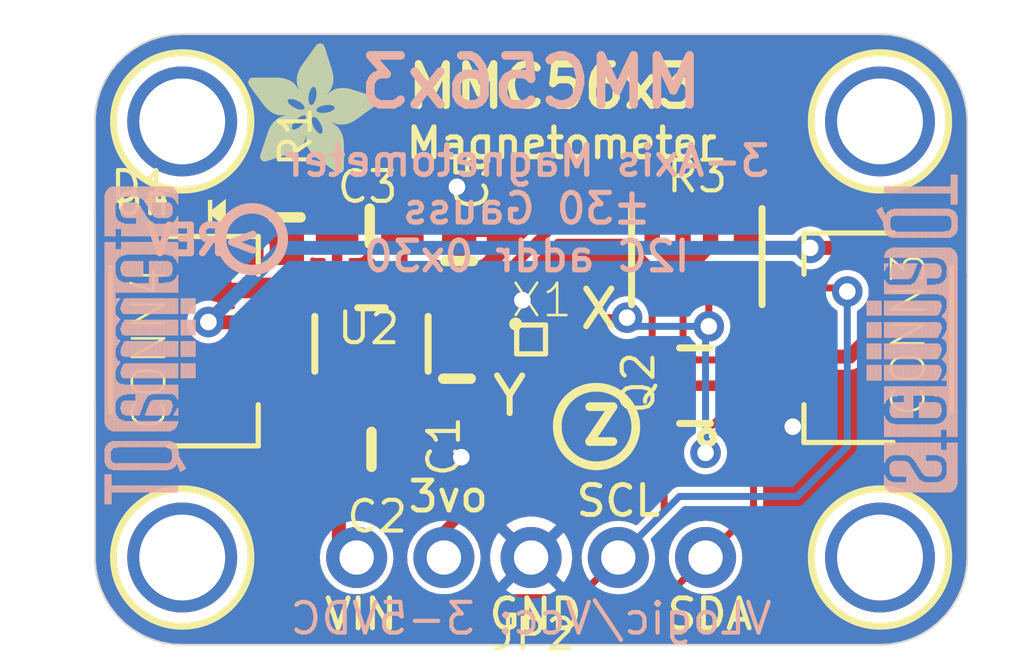
<source format=kicad_pcb>
(kicad_pcb (version 20211014) (generator pcbnew)
  (layers (0 "F.Cu" signal) (31 "B.Cu" signal) (34 "B.Paste" user) (35 "F.Paste" user) (36 "B.SilkS" user "B.Silkscreen") (37 "F.SilkS" user "F.Silkscreen") (38 "B.Mask" user) (39 "F.Mask" user) (44 "Edge.Cuts" user))
  (net 0 "")
  (net 1 "GND")
  (net 2 "3.3V")
  (net 3 "VCC")
  (net 4 "N$1")
  (net 5 "SDA_3V")
  (net 6 "SCL_3V")
  (net 7 "SCL")
  (net 8 "SDA")
  (footprint "eagleBoard:JST_SH4" (layer "F.Cu") (at 158.6611 105.0036 90)
    (fp_text reference "CONN3" (at -2.314 0.831 90) (layer "F.SilkS") (effects (font (size 0.941222 0.941222) (thickness 0.074778)) (justify left)))
    (fp_text value "STEMMA_I2C_QT" hide)
    (pad "1" smd rect (at -1.5 -2.514 180) (size 1.55 0.6) (layers "F.Cu" "F.Paste" "F.Mask") (net 1 "GND"))
    (pad "2" smd rect (at -0.5 -2.514 180) (size 1.55 0.6) (layers "F.Cu" "F.Paste" "F.Mask") (net 3 "VCC"))
    (pad "3" smd rect (at 0.5 -2.514 180) (size 1.55 0.6) (layers "F.Cu" "F.Paste" "F.Mask") (net 8 "SDA"))
    (pad "4" smd rect (at 1.5 -2.514 180) (size 1.55 0.6) (layers "F.Cu" "F.Paste" "F.Mask") (net 7 "SCL"))
    (pad "MT1" smd rect (at -2.8 1.386 180) (size 1.8 1.2) (layers "F.Cu" "F.Paste" "F.Mask") (net 1 "GND"))
    (pad "MT2" smd rect (at 2.8 1.386 180) (size 1.8 1.2) (layers "F.Cu" "F.Paste" "F.Mask") (net 1 "GND"))
  )
  (footprint "eagleBoard:0603-NO" (layer "F.Cu") (at 146.4056 102.7176 90)
    (fp_text reference "C5" (at 1.397 0.381 90) (layer "F.SilkS") (effects (font (size 0.896031 0.896031) (thickness 0.119969)) (justify left)))
    (fp_text value "1uF")
    (pad "1" smd rect (at -0.85 0 90) (size 1.075 1) (layers "F.Cu" "F.Paste" "F.Mask") (net 2 "3.3V"))
    (pad "2" smd rect (at 0.85 0 90) (size 1.075 1) (layers "F.Cu" "F.Paste" "F.Mask") (net 1 "GND"))
  )
  (footprint "eagleBoard:WLP-4" (layer "F.Cu") (at 148.5011 105.0036)
    (fp_text reference "X1" (at -0.635 -1.143) (layer "F.SilkS") (effects (font (size 0.941222 0.941222) (thickness 0.074778)) (justify left)))
    (fp_text value "MMC56X3")
    (pad "1A" smd roundrect (at -0.2 -0.2) (size 0.23 0.23) (layers "F.Cu" "F.Paste" "F.Mask") (roundrect_rratio 0.5) (net 1 "GND"))
    (pad "1B" smd roundrect (at -0.2 0.2) (size 0.23 0.23) (layers "F.Cu" "F.Paste" "F.Mask") (roundrect_rratio 0.5) (net 2 "3.3V"))
    (pad "2A" smd roundrect (at 0.2 -0.2) (size 0.23 0.23) (layers "F.Cu" "F.Paste" "F.Mask") (roundrect_rratio 0.5) (net 6 "SCL_3V"))
    (pad "2B" smd roundrect (at 0.2 0.2) (size 0.23 0.23) (layers "F.Cu" "F.Paste" "F.Mask") (roundrect_rratio 0.5) (net 5 "SDA_3V"))
  )
  (footprint "eagleBoard:RESPACK_4X0603" (layer "F.Cu") (at 153.3271 102.5906 180)
    (fp_text reference "R3" (at -0.965 2.337) (layer "F.SilkS") (effects (font (size 0.896031 0.896031) (thickness 0.119969)) (justify right)))
    (fp_text value "10K")
    (pad "1" smd rect (at -1.3 0.85 180) (size 0.45 0.9) (layers "F.Cu" "F.Paste" "F.Mask") (net 3 "VCC"))
    (pad "2" smd rect (at -0.4 0.85 180) (size 0.45 0.9) (layers "F.Cu" "F.Paste" "F.Mask") (net 2 "3.3V"))
    (pad "3" smd rect (at 0.4 0.85 180) (size 0.45 0.9) (layers "F.Cu" "F.Paste" "F.Mask") (net 3 "VCC"))
    (pad "4" smd rect (at 1.3 0.85 180) (size 0.45 0.9) (layers "F.Cu" "F.Paste" "F.Mask") (net 2 "3.3V"))
    (pad "5" smd rect (at 1.3 -0.85 180) (size 0.45 0.9) (layers "F.Cu" "F.Paste" "F.Mask") (net 5 "SDA_3V"))
    (pad "6" smd rect (at 0.4 -0.85 180) (size 0.45 0.9) (layers "F.Cu" "F.Paste" "F.Mask") (net 8 "SDA"))
    (pad "7" smd rect (at -0.4 -0.85 180) (size 0.45 0.9) (layers "F.Cu" "F.Paste" "F.Mask") (net 6 "SCL_3V"))
    (pad "8" smd rect (at -1.3 -0.85 180) (size 0.45 0.9) (layers "F.Cu" "F.Paste" "F.Mask") (net 7 "SCL"))
  )
  (footprint "eagleBoard:0805-NO" (layer "F.Cu") (at 143.8529 108.204)
    (fp_text reference "C2" (at -0.7874 1.9558) (layer "F.SilkS") (effects (font (size 0.896031 0.896031) (thickness 0.119969)) (justify left)))
    (fp_text value "10uF")
    (pad "1" smd rect (at -0.95 0) (size 1.24 1.5) (layers "F.Cu" "F.Paste" "F.Mask") (net 3 "VCC"))
    (pad "2" smd rect (at 0.95 0) (size 1.24 1.5) (layers "F.Cu" "F.Paste" "F.Mask") (net 1 "GND"))
  )
  (footprint "eagleBoard:0603-NO" (layer "F.Cu") (at 141.3891 101.4476 -90)
    (fp_text reference "R1" (at -1.397 -0.254 90) (layer "F.SilkS") (effects (font (size 0.896031 0.896031) (thickness 0.119969)) (justify left)))
    (fp_text value "10K")
    (pad "1" smd rect (at -0.85 0 270) (size 1.075 1) (layers "F.Cu" "F.Paste" "F.Mask") (net 2 "3.3V"))
    (pad "2" smd rect (at 0.85 0 270) (size 1.075 1) (layers "F.Cu" "F.Paste" "F.Mask") (net 4 "N$1"))
  )
  (footprint "eagleBoard:0603-NO" (layer "F.Cu") (at 146.3421 106.1466 -90)
    (fp_text reference "C1" (at 1.016 0.381 90) (layer "F.SilkS") (effects (font (size 0.896031 0.896031) (thickness 0.119969)) (justify right)))
    (fp_text value "0.1uF")
    (pad "1" smd rect (at -0.85 0 270) (size 1.075 1) (layers "F.Cu" "F.Paste" "F.Mask") (net 2 "3.3V"))
    (pad "2" smd rect (at 0.85 0 270) (size 1.075 1) (layers "F.Cu" "F.Paste" "F.Mask") (net 1 "GND"))
  )
  (footprint "eagleBoard:ADAFRUIT_3.5MM" (layer "F.Cu") (at 140.2461 100.1776)
    (fp_text reference "U$11" hide)
    (fp_text value "" hide)
  )
  (footprint "eagleBoard:MOUNTINGHOLE_2.5_PLATED" (layer "F.Cu") (at 158.6611 98.6536)
    (fp_text reference "U$17" hide)
    (fp_text value "MOUNTINGHOLE2.5" hide)
    (pad "P$1" thru_hole circle (at 0 0) (size 3.2 3.2) (drill 2.5) (layers *.Cu *.Mask))
    (zone (net 0) (net_name "") (layer "F.Cu") (connect_pads (clearance 0)) (min_thickness 0.254)
      (keepout (tracks not_allowed) (vias not_allowed) (pads not_allowed) (copperpour not_allowed) (footprints allowed))
      (fill (thermal_gap 0.508) (thermal_bridge_width 0.508))
      (polygon (pts (xy 160.6771 98.6536) (xy 160.646472 98.303525) (xy 160.55552 97.964087) (xy 160.407007 97.6456) (xy 160.205446 97.35774) (xy 159.95696 97.109254) (xy 159.6691 96.907693) (xy 159.350613 96.75918) (xy 159.011175 96.668228) (xy 158.6611 96.6376) (xy 158.311025 96.668228) (xy 157.971587 96.75918) (xy 157.6531 96.907693) (xy 157.36524 97.109254) (xy 157.116754 97.35774) (xy 156.915193 97.6456) (xy 156.76668 97.964087) (xy 156.675728 98.303525) (xy 156.6451 98.6536) (xy 156.675728 99.003675) (xy 156.76668 99.343113) (xy 156.915193 99.6616) (xy 157.116754 99.94946) (xy 157.36524 100.197946) (xy 157.6531 100.399507) (xy 157.971587 100.54802) (xy 158.311025 100.638972) (xy 158.6611 100.6696) (xy 159.011175 100.638972) (xy 159.350613 100.54802) (xy 159.6691 100.399507) (xy 159.95696 100.197946) (xy 160.205446 99.94946) (xy 160.407007 99.6616) (xy 160.55552 99.343113) (xy 160.646472 99.003675)))
      (polygon (pts (xy 158.6451 98.6536) (xy 158.645343 98.656378) (xy 158.646065 98.659072) (xy 158.647244 98.6616) (xy 158.648843 98.663885) (xy 158.650815 98.665857) (xy 158.6531 98.667456) (xy 158.655628 98.668635) (xy 158.658322 98.669357) (xy 158.6611 98.6696) (xy 158.663878 98.669357) (xy 158.666572 98.668635) (xy 158.6691 98.667456) (xy 158.671385 98.665857) (xy 158.673357 98.663885) (xy 158.674956 98.6616) (xy 158.676135 98.659072) (xy 158.676857 98.656378) (xy 158.6771 98.6536) (xy 158.676857 98.650822) (xy 158.676135 98.648128) (xy 158.674956 98.6456) (xy 158.673357 98.643315) (xy 158.671385 98.641343) (xy 158.6691 98.639744) (xy 158.666572 98.638565) (xy 158.663878 98.637843) (xy 158.6611 98.6376) (xy 158.658322 98.637843) (xy 158.655628 98.638565) (xy 158.6531 98.639744) (xy 158.650815 98.641343) (xy 158.648843 98.643315) (xy 158.647244 98.6456) (xy 158.646065 98.648128) (xy 158.645343 98.650822)))
    )
    (zone (net 0) (net_name "") (layer "B.Cu") (connect_pads (clearance 0)) (min_thickness 0.254)
      (keepout (tracks not_allowed) (vias not_allowed) (pads not_allowed) (copperpour not_allowed) (footprints allowed))
      (fill (thermal_gap 0.508) (thermal_bridge_width 0.508))
      (polygon (pts (xy 160.6771 98.6536) (xy 160.646472 98.303525) (xy 160.55552 97.964087) (xy 160.407007 97.6456) (xy 160.205446 97.35774) (xy 159.95696 97.109254) (xy 159.6691 96.907693) (xy 159.350613 96.75918) (xy 159.011175 96.668228) (xy 158.6611 96.6376) (xy 158.311025 96.668228) (xy 157.971587 96.75918) (xy 157.6531 96.907693) (xy 157.36524 97.109254) (xy 157.116754 97.35774) (xy 156.915193 97.6456) (xy 156.76668 97.964087) (xy 156.675728 98.303525) (xy 156.6451 98.6536) (xy 156.675728 99.003675) (xy 156.76668 99.343113) (xy 156.915193 99.6616) (xy 157.116754 99.94946) (xy 157.36524 100.197946) (xy 157.6531 100.399507) (xy 157.971587 100.54802) (xy 158.311025 100.638972) (xy 158.6611 100.6696) (xy 159.011175 100.638972) (xy 159.350613 100.54802) (xy 159.6691 100.399507) (xy 159.95696 100.197946) (xy 160.205446 99.94946) (xy 160.407007 99.6616) (xy 160.55552 99.343113) (xy 160.646472 99.003675)))
      (polygon (pts (xy 158.6451 98.6536) (xy 158.645343 98.656378) (xy 158.646065 98.659072) (xy 158.647244 98.6616) (xy 158.648843 98.663885) (xy 158.650815 98.665857) (xy 158.6531 98.667456) (xy 158.655628 98.668635) (xy 158.658322 98.669357) (xy 158.6611 98.6696) (xy 158.663878 98.669357) (xy 158.666572 98.668635) (xy 158.6691 98.667456) (xy 158.671385 98.665857) (xy 158.673357 98.663885) (xy 158.674956 98.6616) (xy 158.676135 98.659072) (xy 158.676857 98.656378) (xy 158.6771 98.6536) (xy 158.676857 98.650822) (xy 158.676135 98.648128) (xy 158.674956 98.6456) (xy 158.673357 98.643315) (xy 158.671385 98.641343) (xy 158.6691 98.639744) (xy 158.666572 98.638565) (xy 158.663878 98.637843) (xy 158.6611 98.6376) (xy 158.658322 98.637843) (xy 158.655628 98.638565) (xy 158.6531 98.639744) (xy 158.650815 98.641343) (xy 158.648843 98.643315) (xy 158.647244 98.6456) (xy 158.646065 98.648128) (xy 158.645343 98.650822)))
    )
  )
  (footprint "eagleBoard:SOT363" (layer "F.Cu") (at 153.2763 106.3498 90)
    (fp_text reference "Q2" (at -0.889 -1.651 90) (layer "F.SilkS") (effects (font (size 0.896031 0.896031) (thickness 0.119969)) (justify left)))
    (fp_text value "BSS138")
    (pad "1" smd rect (at -0.75 0.9 90) (size 0.5 0.5) (layers "F.Cu" "F.Paste" "F.Mask") (net 6 "SCL_3V"))
    (pad "2" smd rect (at 0 0.9 90) (size 0.4 0.5) (layers "F.Cu" "F.Paste" "F.Mask") (net 2 "3.3V"))
    (pad "3" smd rect (at 0.75 0.9 90) (size 0.5 0.5) (layers "F.Cu" "F.Paste" "F.Mask") (net 8 "SDA"))
    (pad "4" smd rect (at 0.75 -0.9 90) (size 0.5 0.5) (layers "F.Cu" "F.Paste" "F.Mask") (net 5 "SDA_3V"))
    (pad "5" smd rect (at 0 -0.9 90) (size 0.4 0.5) (layers "F.Cu" "F.Paste" "F.Mask") (net 2 "3.3V"))
    (pad "6" smd rect (at -0.75 -0.9 90) (size 0.5 0.5) (layers "F.Cu" "F.Paste" "F.Mask") (net 7 "SCL"))
  )
  (footprint "eagleBoard:FIDUCIAL_1MM" (layer "F.Cu") (at 141.2621 108.6866)
    (fp_text reference "FID3" hide)
    (fp_text value "FIDUCIAL_1MM" hide)
    (pad "1" smd roundrect (at 0 0) (size 1 1) (layers "F.Cu" "F.Mask") (roundrect_rratio 0.5))
  )
  (footprint "eagleBoard:FIDUCIAL_1MM" (layer "F.Cu") (at 156.2481 100.7745)
    (fp_text reference "FID4" hide)
    (fp_text value "FIDUCIAL_1MM" hide)
    (pad "1" smd roundrect (at 0 0) (size 1 1) (layers "F.Cu" "F.Mask") (roundrect_rratio 0.5))
  )
  (footprint "eagleBoard:CHIPLED_0603_NOOUTLINE" (layer "F.Cu") (at 139.3571 101.3206 90)
    (fp_text reference "D1" (at 0.762 -1.27) (layer "F.SilkS") (effects (font (size 0.896031 0.896031) (thickness 0.119969)) (justify right)))
    (fp_text value "GREEN")
    (pad "A" smd rect (at 0 0.75 90) (size 0.8 0.8) (layers "F.Cu" "F.Paste" "F.Mask") (net 4 "N$1"))
    (pad "C" smd rect (at 0 -0.75 90) (size 0.8 0.8) (layers "F.Cu" "F.Paste" "F.Mask") (net 1 "GND"))
  )
  (footprint "eagleBoard:MOUNTINGHOLE_2.5_PLATED" (layer "F.Cu") (at 138.3411 98.6536)
    (fp_text reference "U$1" hide)
    (fp_text value "MOUNTINGHOLE2.5" hide)
    (pad "P$1" thru_hole circle (at 0 0) (size 3.2 3.2) (drill 2.5) (layers *.Cu *.Mask))
    (zone (net 0) (net_name "") (layer "F.Cu") (connect_pads (clearance 0)) (min_thickness 0.254)
      (keepout (tracks not_allowed) (vias not_allowed) (pads not_allowed) (copperpour not_allowed) (footprints allowed))
      (fill (thermal_gap 0.508) (thermal_bridge_width 0.508))
      (polygon (pts (xy 140.3571 98.6536) (xy 140.326472 98.303525) (xy 140.23552 97.964087) (xy 140.087007 97.6456) (xy 139.885446 97.35774) (xy 139.63696 97.109254) (xy 139.3491 96.907693) (xy 139.030613 96.75918) (xy 138.691175 96.668228) (xy 138.3411 96.6376) (xy 137.991025 96.668228) (xy 137.651587 96.75918) (xy 137.3331 96.907693) (xy 137.04524 97.109254) (xy 136.796754 97.35774) (xy 136.595193 97.6456) (xy 136.44668 97.964087) (xy 136.355728 98.303525) (xy 136.3251 98.6536) (xy 136.355728 99.003675) (xy 136.44668 99.343113) (xy 136.595193 99.6616) (xy 136.796754 99.94946) (xy 137.04524 100.197946) (xy 137.3331 100.399507) (xy 137.651587 100.54802) (xy 137.991025 100.638972) (xy 138.3411 100.6696) (xy 138.691175 100.638972) (xy 139.030613 100.54802) (xy 139.3491 100.399507) (xy 139.63696 100.197946) (xy 139.885446 99.94946) (xy 140.087007 99.6616) (xy 140.23552 99.343113) (xy 140.326472 99.003675)))
      (polygon (pts (xy 138.3251 98.6536) (xy 138.325343 98.656378) (xy 138.326065 98.659072) (xy 138.327244 98.6616) (xy 138.328843 98.663885) (xy 138.330815 98.665857) (xy 138.3331 98.667456) (xy 138.335628 98.668635) (xy 138.338322 98.669357) (xy 138.3411 98.6696) (xy 138.343878 98.669357) (xy 138.346572 98.668635) (xy 138.3491 98.667456) (xy 138.351385 98.665857) (xy 138.353357 98.663885) (xy 138.354956 98.6616) (xy 138.356135 98.659072) (xy 138.356857 98.656378) (xy 138.3571 98.6536) (xy 138.356857 98.650822) (xy 138.356135 98.648128) (xy 138.354956 98.6456) (xy 138.353357 98.643315) (xy 138.351385 98.641343) (xy 138.3491 98.639744) (xy 138.346572 98.638565) (xy 138.343878 98.637843) (xy 138.3411 98.6376) (xy 138.338322 98.637843) (xy 138.335628 98.638565) (xy 138.3331 98.639744) (xy 138.330815 98.641343) (xy 138.328843 98.643315) (xy 138.327244 98.6456) (xy 138.326065 98.648128) (xy 138.325343 98.650822)))
    )
    (zone (net 0) (net_name "") (layer "B.Cu") (connect_pads (clearance 0)) (min_thickness 0.254)
      (keepout (tracks not_allowed) (vias not_allowed) (pads not_allowed) (copperpour not_allowed) (footprints allowed))
      (fill (thermal_gap 0.508) (thermal_bridge_width 0.508))
      (polygon (pts (xy 140.3571 98.6536) (xy 140.326472 98.303525) (xy 140.23552 97.964087) (xy 140.087007 97.6456) (xy 139.885446 97.35774) (xy 139.63696 97.109254) (xy 139.3491 96.907693) (xy 139.030613 96.75918) (xy 138.691175 96.668228) (xy 138.3411 96.6376) (xy 137.991025 96.668228) (xy 137.651587 96.75918) (xy 137.3331 96.907693) (xy 137.04524 97.109254) (xy 136.796754 97.35774) (xy 136.595193 97.6456) (xy 136.44668 97.964087) (xy 136.355728 98.303525) (xy 136.3251 98.6536) (xy 136.355728 99.003675) (xy 136.44668 99.343113) (xy 136.595193 99.6616) (xy 136.796754 99.94946) (xy 137.04524 100.197946) (xy 137.3331 100.399507) (xy 137.651587 100.54802) (xy 137.991025 100.638972) (xy 138.3411 100.6696) (xy 138.691175 100.638972) (xy 139.030613 100.54802) (xy 139.3491 100.399507) (xy 139.63696 100.197946) (xy 139.885446 99.94946) (xy 140.087007 99.6616) (xy 140.23552 99.343113) (xy 140.326472 99.003675)))
      (polygon (pts (xy 138.3251 98.6536) (xy 138.325343 98.656378) (xy 138.326065 98.659072) (xy 138.327244 98.6616) (xy 138.328843 98.663885) (xy 138.330815 98.665857) (xy 138.3331 98.667456) (xy 138.335628 98.668635) (xy 138.338322 98.669357) (xy 138.3411 98.6696) (xy 138.343878 98.669357) (xy 138.346572 98.668635) (xy 138.3491 98.667456) (xy 138.351385 98.665857) (xy 138.353357 98.663885) (xy 138.354956 98.6616) (xy 138.356135 98.659072) (xy 138.356857 98.656378) (xy 138.3571 98.6536) (xy 138.356857 98.650822) (xy 138.356135 98.648128) (xy 138.354956 98.6456) (xy 138.353357 98.643315) (xy 138.351385 98.641343) (xy 138.3491 98.639744) (xy 138.346572 98.638565) (xy 138.343878 98.637843) (xy 138.3411 98.6376) (xy 138.338322 98.637843) (xy 138.335628 98.638565) (xy 138.3331 98.639744) (xy 138.330815 98.641343) (xy 138.328843 98.643315) (xy 138.327244 98.6456) (xy 138.326065 98.648128) (xy 138.325343 98.650822)))
    )
  )
  (footprint "eagleBoard:MOUNTINGHOLE_2.5_PLATED" (layer "F.Cu") (at 138.3411 111.3536)
    (fp_text reference "U$2" hide)
    (fp_text value "MOUNTINGHOLE2.5" hide)
    (pad "P$1" thru_hole circle (at 0 0) (size 3.2 3.2) (drill 2.5) (layers *.Cu *.Mask))
    (zone (net 0) (net_name "") (layer "F.Cu") (connect_pads (clearance 0)) (min_thickness 0.254)
      (keepout (tracks not_allowed) (vias not_allowed) (pads not_allowed) (copperpour not_allowed) (footprints allowed))
      (fill (thermal_gap 0.508) (thermal_bridge_width 0.508))
      (polygon (pts (xy 140.3571 111.3536) (xy 140.326472 111.003525) (xy 140.23552 110.664087) (xy 140.087007 110.3456) (xy 139.885446 110.05774) (xy 139.63696 109.809254) (xy 139.3491 109.607693) (xy 139.030613 109.45918) (xy 138.691175 109.368228) (xy 138.3411 109.3376) (xy 137.991025 109.368228) (xy 137.651587 109.45918) (xy 137.3331 109.607693) (xy 137.04524 109.809254) (xy 136.796754 110.05774) (xy 136.595193 110.3456) (xy 136.44668 110.664087) (xy 136.355728 111.003525) (xy 136.3251 111.3536) (xy 136.355728 111.703675) (xy 136.44668 112.043113) (xy 136.595193 112.3616) (xy 136.796754 112.64946) (xy 137.04524 112.897946) (xy 137.3331 113.099507) (xy 137.651587 113.24802) (xy 137.991025 113.338972) (xy 138.3411 113.3696) (xy 138.691175 113.338972) (xy 139.030613 113.24802) (xy 139.3491 113.099507) (xy 139.63696 112.897946) (xy 139.885446 112.64946) (xy 140.087007 112.3616) (xy 140.23552 112.043113) (xy 140.326472 111.703675)))
      (polygon (pts (xy 138.3251 111.3536) (xy 138.325343 111.356378) (xy 138.326065 111.359072) (xy 138.327244 111.3616) (xy 138.328843 111.363885) (xy 138.330815 111.365857) (xy 138.3331 111.367456) (xy 138.335628 111.368635) (xy 138.338322 111.369357) (xy 138.3411 111.3696) (xy 138.343878 111.369357) (xy 138.346572 111.368635) (xy 138.3491 111.367456) (xy 138.351385 111.365857) (xy 138.353357 111.363885) (xy 138.354956 111.3616) (xy 138.356135 111.359072) (xy 138.356857 111.356378) (xy 138.3571 111.3536) (xy 138.356857 111.350822) (xy 138.356135 111.348128) (xy 138.354956 111.3456) (xy 138.353357 111.343315) (xy 138.351385 111.341343) (xy 138.3491 111.339744) (xy 138.346572 111.338565) (xy 138.343878 111.337843) (xy 138.3411 111.3376) (xy 138.338322 111.337843) (xy 138.335628 111.338565) (xy 138.3331 111.339744) (xy 138.330815 111.341343) (xy 138.328843 111.343315) (xy 138.327244 111.3456) (xy 138.326065 111.348128) (xy 138.325343 111.350822)))
    )
    (zone (net 0) (net_name "") (layer "B.Cu") (connect_pads (clearance 0)) (min_thickness 0.254)
      (keepout (tracks not_allowed) (vias not_allowed) (pads not_allowed) (copperpour not_allowed) (footprints allowed))
      (fill (thermal_gap 0.508) (thermal_bridge_width 0.508))
      (polygon (pts (xy 140.3571 111.3536) (xy 140.326472 111.003525) (xy 140.23552 110.664087) (xy 140.087007 110.3456) (xy 139.885446 110.05774) (xy 139.63696 109.809254) (xy 139.3491 109.607693) (xy 139.030613 109.45918) (xy 138.691175 109.368228) (xy 138.3411 109.3376) (xy 137.991025 109.368228) (xy 137.651587 109.45918) (xy 137.3331 109.607693) (xy 137.04524 109.809254) (xy 136.796754 110.05774) (xy 136.595193 110.3456) (xy 136.44668 110.664087) (xy 136.355728 111.003525) (xy 136.3251 111.3536) (xy 136.355728 111.703675) (xy 136.44668 112.043113) (xy 136.595193 112.3616) (xy 136.796754 112.64946) (xy 137.04524 112.897946) (xy 137.3331 113.099507) (xy 137.651587 113.24802) (xy 137.991025 113.338972) (xy 138.3411 113.3696) (xy 138.691175 113.338972) (xy 139.030613 113.24802) (xy 139.3491 113.099507) (xy 139.63696 112.897946) (xy 139.885446 112.64946) (xy 140.087007 112.3616) (xy 140.23552 112.043113) (xy 140.326472 111.703675)))
      (polygon (pts (xy 138.3251 111.3536) (xy 138.325343 111.356378) (xy 138.326065 111.359072) (xy 138.327244 111.3616) (xy 138.328843 111.363885) (xy 138.330815 111.365857) (xy 138.3331 111.367456) (xy 138.335628 111.368635) (xy 138.338322 111.369357) (xy 138.3411 111.3696) (xy 138.343878 111.369357) (xy 138.346572 111.368635) (xy 138.3491 111.367456) (xy 138.351385 111.365857) (xy 138.353357 111.363885) (xy 138.354956 111.3616) (xy 138.356135 111.359072) (xy 138.356857 111.356378) (xy 138.3571 111.3536) (xy 138.356857 111.350822) (xy 138.356135 111.348128) (xy 138.354956 111.3456) (xy 138.353357 111.343315) (xy 138.351385 111.341343) (xy 138.3491 111.339744) (xy 138.346572 111.338565) (xy 138.343878 111.337843) (xy 138.3411 111.3376) (xy 138.338322 111.337843) (xy 138.335628 111.338565) (xy 138.3331 111.339744) (xy 138.330815 111.341343) (xy 138.328843 111.343315) (xy 138.327244 111.3456) (xy 138.326065 111.348128) (xy 138.325343 111.350822)))
    )
  )
  (footprint "eagleBoard:MOUNTINGHOLE_2.5_PLATED" (layer "F.Cu") (at 158.6611 111.3536)
    (fp_text reference "U$4" hide)
    (fp_text value "MOUNTINGHOLE2.5" hide)
    (pad "P$1" thru_hole circle (at 0 0) (size 3.2 3.2) (drill 2.5) (layers *.Cu *.Mask))
    (zone (net 0) (net_name "") (layer "F.Cu") (connect_pads (clearance 0)) (min_thickness 0.254)
      (keepout (tracks not_allowed) (vias not_allowed) (pads not_allowed) (copperpour not_allowed) (footprints allowed))
      (fill (thermal_gap 0.508) (thermal_bridge_width 0.508))
      (polygon (pts (xy 160.6771 111.3536) (xy 160.646472 111.003525) (xy 160.55552 110.664087) (xy 160.407007 110.3456) (xy 160.205446 110.05774) (xy 159.95696 109.809254) (xy 159.6691 109.607693) (xy 159.350613 109.45918) (xy 159.011175 109.368228) (xy 158.6611 109.3376) (xy 158.311025 109.368228) (xy 157.971587 109.45918) (xy 157.6531 109.607693) (xy 157.36524 109.809254) (xy 157.116754 110.05774) (xy 156.915193 110.3456) (xy 156.76668 110.664087) (xy 156.675728 111.003525) (xy 156.6451 111.3536) (xy 156.675728 111.703675) (xy 156.76668 112.043113) (xy 156.915193 112.3616) (xy 157.116754 112.64946) (xy 157.36524 112.897946) (xy 157.6531 113.099507) (xy 157.971587 113.24802) (xy 158.311025 113.338972) (xy 158.6611 113.3696) (xy 159.011175 113.338972) (xy 159.350613 113.24802) (xy 159.6691 113.099507) (xy 159.95696 112.897946) (xy 160.205446 112.64946) (xy 160.407007 112.3616) (xy 160.55552 112.043113) (xy 160.646472 111.703675)))
      (polygon (pts (xy 158.6451 111.3536) (xy 158.645343 111.356378) (xy 158.646065 111.359072) (xy 158.647244 111.3616) (xy 158.648843 111.363885) (xy 158.650815 111.365857) (xy 158.6531 111.367456) (xy 158.655628 111.368635) (xy 158.658322 111.369357) (xy 158.6611 111.3696) (xy 158.663878 111.369357) (xy 158.666572 111.368635) (xy 158.6691 111.367456) (xy 158.671385 111.365857) (xy 158.673357 111.363885) (xy 158.674956 111.3616) (xy 158.676135 111.359072) (xy 158.676857 111.356378) (xy 158.6771 111.3536) (xy 158.676857 111.350822) (xy 158.676135 111.348128) (xy 158.674956 111.3456) (xy 158.673357 111.343315) (xy 158.671385 111.341343) (xy 158.6691 111.339744) (xy 158.666572 111.338565) (xy 158.663878 111.337843) (xy 158.6611 111.3376) (xy 158.658322 111.337843) (xy 158.655628 111.338565) (xy 158.6531 111.339744) (xy 158.650815 111.341343) (xy 158.648843 111.343315) (xy 158.647244 111.3456) (xy 158.646065 111.348128) (xy 158.645343 111.350822)))
    )
    (zone (net 0) (net_name "") (layer "B.Cu") (connect_pads (clearance 0)) (min_thickness 0.254)
      (keepout (tracks not_allowed) (vias not_allowed) (pads not_allowed) (copperpour not_allowed) (footprints allowed))
      (fill (thermal_gap 0.508) (thermal_bridge_width 0.508))
      (polygon (pts (xy 160.6771 111.3536) (xy 160.646472 111.003525) (xy 160.55552 110.664087) (xy 160.407007 110.3456) (xy 160.205446 110.05774) (xy 159.95696 109.809254) (xy 159.6691 109.607693) (xy 159.350613 109.45918) (xy 159.011175 109.368228) (xy 158.6611 109.3376) (xy 158.311025 109.368228) (xy 157.971587 109.45918) (xy 157.6531 109.607693) (xy 157.36524 109.809254) (xy 157.116754 110.05774) (xy 156.915193 110.3456) (xy 156.76668 110.664087) (xy 156.675728 111.003525) (xy 156.6451 111.3536) (xy 156.675728 111.703675) (xy 156.76668 112.043113) (xy 156.915193 112.3616) (xy 157.116754 112.64946) (xy 157.36524 112.897946) (xy 157.6531 113.099507) (xy 157.971587 113.24802) (xy 158.311025 113.338972) (xy 158.6611 113.3696) (xy 159.011175 113.338972) (xy 159.350613 113.24802) (xy 159.6691 113.099507) (xy 159.95696 112.897946) (xy 160.205446 112.64946) (xy 160.407007 112.3616) (xy 160.55552 112.043113) (xy 160.646472 111.703675)))
      (polygon (pts (xy 158.6451 111.3536) (xy 158.645343 111.356378) (xy 158.646065 111.359072) (xy 158.647244 111.3616) (xy 158.648843 111.363885) (xy 158.650815 111.365857) (xy 158.6531 111.367456) (xy 158.655628 111.368635) (xy 158.658322 111.369357) (xy 158.6611 111.3696) (xy 158.663878 111.369357) (xy 158.666572 111.368635) (xy 158.6691 111.367456) (xy 158.671385 111.365857) (xy 158.673357 111.363885) (xy 158.674956 111.3616) (xy 158.676135 111.359072) (xy 158.676857 111.356378) (xy 158.6771 111.3536) (xy 158.676857 111.350822) (xy 158.676135 111.348128) (xy 158.674956 111.3456) (xy 158.673357 111.343315) (xy 158.671385 111.341343) (xy 158.6691 111.339744) (xy 158.666572 111.338565) (xy 158.663878 111.337843) (xy 158.6611 111.3376) (xy 158.658322 111.337843) (xy 158.655628 111.338565) (xy 158.6531 111.339744) (xy 158.650815 111.341343) (xy 158.648843 111.343315) (xy 158.647244 111.3456) (xy 158.646065 111.348128) (xy 158.645343 111.350822)))
    )
  )
  (footprint "eagleBoard:JST_SH4" (layer "F.Cu") (at 138.3411 105.0036 -90)
    (fp_text reference "CONN4" (at -2.187 0.958 90) (layer "F.SilkS") (effects (font (size 0.941222 0.941222) (thickness 0.074778)) (justify right)))
    (fp_text value "STEMMA_I2C_QT" hide)
    (pad "1" smd rect (at -1.5 -2.514) (size 1.55 0.6) (layers "F.Cu" "F.Paste" "F.Mask") (net 1 "GND"))
    (pad "2" smd rect (at -0.5 -2.514) (size 1.55 0.6) (layers "F.Cu" "F.Paste" "F.Mask") (net 3 "VCC"))
    (pad "3" smd rect (at 0.5 -2.514) (size 1.55 0.6) (layers "F.Cu" "F.Paste" "F.Mask") (net 8 "SDA"))
    (pad "4" smd rect (at 1.5 -2.514) (size 1.55 0.6) (layers "F.Cu" "F.Paste" "F.Mask") (net 7 "SCL"))
    (pad "MT1" smd rect (at -2.8 1.386) (size 1.8 1.2) (layers "F.Cu" "F.Paste" "F.Mask") (net 1 "GND"))
    (pad "MT2" smd rect (at 2.8 1.386) (size 1.8 1.2) (layers "F.Cu" "F.Paste" "F.Mask") (net 1 "GND"))
  )
  (footprint "eagleBoard:0805-NO" (layer "F.Cu") (at 143.8021 101.7016)
    (fp_text reference "C3" (at -1.016 -1.143) (layer "F.SilkS") (effects (font (size 0.896031 0.896031) (thickness 0.119969)) (justify left)))
    (fp_text value "10uF")
    (pad "1" smd rect (at -0.95 0) (size 1.24 1.5) (layers "F.Cu" "F.Paste" "F.Mask") (net 2 "3.3V"))
    (pad "2" smd rect (at 0.95 0) (size 1.24 1.5) (layers "F.Cu" "F.Paste" "F.Mask") (net 1 "GND"))
  )
  (footprint "eagleBoard:1X05_ROUND_70" (layer "F.Cu") (at 148.5011 111.3536)
    (fp_text reference "JP2" (at -1.2192 2.2352) (layer "F.SilkS") (effects (font (size 0.896031 0.896031) (thickness 0.119969)) (justify left)))
    (fp_text value "")
    (pad "1" thru_hole circle (at -5.08 0 90) (size 1.778 1.778) (drill 1) (layers *.Cu *.Mask) (net 3 "VCC"))
    (pad "2" thru_hole circle (at -2.54 0 90) (size 1.778 1.778) (drill 1) (layers *.Cu *.Mask) (net 2 "3.3V"))
    (pad "3" thru_hole circle (at 0 0 90) (size 1.778 1.778) (drill 1) (layers *.Cu *.Mask) (net 1 "GND"))
    (pad "4" thru_hole circle (at 2.54 0 90) (size 1.778 1.778) (drill 1) (layers *.Cu *.Mask) (net 7 "SCL"))
    (pad "5" thru_hole circle (at 5.08 0 90) (size 1.778 1.778) (drill 1) (layers *.Cu *.Mask) (net 8 "SDA"))
  )
  (footprint "eagleBoard:SOT23-5" (layer "F.Cu") (at 143.8529 105.1306)
    (fp_text reference "U2" (at 0.8922 -0.4572) (layer "F.SilkS") (effects (font (size 0.896031 0.896031) (thickness 0.119969)) (justify right)))
    (fp_text value "AP2112K-3.3")
    (pad "1" smd rect (at -0.95 1.3001) (size 0.55 1.2) (layers "F.Cu" "F.Paste" "F.Mask") (net 3 "VCC"))
    (pad "2" smd rect (at 0 1.3001) (size 0.55 1.2) (layers "F.Cu" "F.Paste" "F.Mask") (net 1 "GND"))
    (pad "3" smd rect (at 0.95 1.3001) (size 0.55 1.2) (layers "F.Cu" "F.Paste" "F.Mask") (net 3 "VCC"))
    (pad "4" smd rect (at 0.95 -1.3001) (size 0.55 1.2) (layers "F.Cu" "F.Paste" "F.Mask"))
    (pad "5" smd rect (at -0.95 -1.3001) (size 0.55 1.2) (layers "F.Cu" "F.Paste" "F.Mask") (net 2 "3.3V"))
  )
  (footprint "eagleBoard:PCBFEAT-REV-040" (layer "B.Cu") (at 140.3731 102.0826 180)
    (fp_text reference "U$25" hide)
    (fp_text value "" hide)
    (fp_text user ">REV" (at -0.3556 -0.508) (layer "B.SilkS") (effects (font (size 0.8128 0.8128) (thickness 0.2032)) (justify left bottom mirror)))
  )
  (footprint "eagleBoard:STEMMAQT" (layer "B.Cu") (at 158.2801 109.4486 90)
    (fp_text reference "U$30" hide)
    (fp_text value "" hide)
  )
  (footprint "eagleBoard:STEMMAQT" (layer "B.Cu") (at 138.7221 100.5586 -90)
    (fp_text reference "U$31" hide)
    (fp_text value "" hide)
  )
  (gr_arc (start 151.5501 107.5396) (mid 151.215323 108.347823) (end 150.4071 108.6826) (layer "F.SilkS") (width 0.254))
  (gr_arc (start 150.4071 108.6826) (mid 149.598877 108.347823) (end 149.2641 107.5396) (layer "F.SilkS") (width 0.254))
  (gr_arc (start 150.4071 106.3966) (mid 151.215323 106.731377) (end 151.5501 107.5396) (layer "F.SilkS") (width 0.254))
  (gr_arc (start 149.2641 107.5396) (mid 149.593013 106.725513) (end 150.407101 106.396601) (layer "F.SilkS") (width 0.254))
  (gr_line (start 135.8011 98.6536) (end 135.8011 111.3536) (layer "Edge.Cuts") (width 0.05))
  (gr_arc (start 138.3411 113.8936) (mid 136.545049 113.149651) (end 135.8011 111.3536) (layer "Edge.Cuts") (width 0.05))
  (gr_line (start 158.6611 96.1136) (end 138.3411 96.1136) (layer "Edge.Cuts") (width 0.05))
  (gr_line (start 138.3411 113.8936) (end 158.6611 113.8936) (layer "Edge.Cuts") (width 0.05))
  (gr_arc (start 158.6611 96.1136) (mid 160.457151 96.857549) (end 161.2011 98.6536) (layer "Edge.Cuts") (width 0.05))
  (gr_line (start 161.2011 111.3536) (end 161.2011 98.6536) (layer "Edge.Cuts") (width 0.05))
  (gr_arc (start 135.8011 98.6536) (mid 136.545049 96.857549) (end 138.3411 96.1136) (layer "Edge.Cuts") (width 0.05))
  (gr_arc (start 161.2011 111.3536) (mid 160.457151 113.149651) (end 158.6611 113.8936) (layer "Edge.Cuts") (width 0.05))
  (gr_text "VLogic/Vcc: 3-5VDC" (at 148.5011 113.1316) (layer "B.SilkS") (effects (font (size 0.89408 0.89408) (thickness 0.12192)) (justify mirror)))
  (gr_text "3-Axis Magnetometer\n±30 Gauss\nI2C addr 0x30" (at 148.3741 101.1936) (layer "B.SilkS") (effects (font (size 0.8636 0.8636) (thickness 0.1524)) (justify mirror)))
  (gr_text "MMC56x3" (at 148.5011 97.5106) (layer "B.SilkS") (effects (font (size 1.42494 1.42494) (thickness 0.25146)) (justify mirror)))
  (gr_text "SCL" (at 151.0411 109.7026) (layer "F.SilkS") (effects (font (size 0.87376 0.87376) (thickness 0.14224))))
  (gr_text "VIN" (at 143.5481 113.0046) (layer "F.SilkS") (effects (font (size 0.87376 0.87376) (thickness 0.14224))))
  (gr_text "Z" (at 149.8941 108.1141) (layer "F.SilkS") (effects (font (size 1.016 1.016) (thickness 0.254)) (justify left bottom)))
  (gr_text "on" (at 136.3091 101.4476) (layer "F.SilkS") (effects (font (size 0.89408 0.89408) (thickness 0.12192)) (justify left bottom)))
  (gr_text "X" (at 151.1086 103.4806) (layer "F.SilkS") (effects (font (size 1.0922 1.0922) (thickness 0.1778)) (justify right top)))
  (gr_text "MMC56x3" (at 149.1361 97.6376) (layer "F.SilkS") (effects (font (size 1.20904 1.20904) (thickness 0.21336))))
  (gr_text "3vo" (at 146.0881 109.5756) (layer "F.SilkS") (effects (font (size 0.87376 0.87376) (thickness 0.14224))))
  (gr_text "SDA" (at 153.7081 113.0046) (layer "F.SilkS") (effects (font (size 0.87376 0.87376) (thickness 0.14224))))
  (gr_text "GND" (at 148.6281 113.0046) (layer "F.SilkS") (effects (font (size 0.87376 0.87376) (thickness 0.14224))))
  (gr_text "Magnetometer" (at 149.3901 99.2886) (layer "F.SilkS") (effects (font (size 0.8636 0.8636) (thickness 0.1524))))
  (gr_text "Y" (at 147.2906 107.2886) (layer "F.SilkS") (effects (font (size 1.0922 1.0922) (thickness 0.1778)) (justify left bottom)))
  (segment (start 143.8529 106.4307) (end 143.8529 107.254) (width 0.4064) (layer "F.Cu") (net 1))
  (segment (start 148.3011 103.9146) (end 148.2471 103.8606) (width 0.2032) (layer "F.Cu") (net 1))
  (segment (start 143.8529 107.254) (end 144.8029 108.204) (width 0.4064) (layer "F.Cu") (net 1))
  (segment (start 148.3011 104.8036) (end 148.3011 103.9146) (width 0.2032) (layer "F.Cu") (net 1))
  (via (at 148.2471 103.8606) (size 0.889) (drill 0.4826) (layers "F.Cu" "B.Cu") (net 1))
  (via (at 146.3421 100.5586) (size 0.889) (drill 0.4826) (layers "F.Cu" "B.Cu") (net 1))
  (via (at 156.1211 107.5436) (size 0.889) (drill 0.4826) (layers "F.Cu" "B.Cu") (net 1))
  (via (at 146.4691 108.4326) (size 0.889) (drill 0.4826) (layers "F.Cu" "B.Cu") (net 1))
  (segment (start 152.0271 102.3066) (end 152.0271 101.7406) (width 0.3048) (layer "F.Cu") (net 2))
  (segment (start 145.8341 104.7886) (end 146.3421 105.2966) (width 0.3048) (layer "F.Cu") (net 2))
  (segment (start 145.8341 104.7886) (end 143.0791 104.7886) (width 0.3048) (layer "F.Cu") (net 2))
  (segment (start 152.3763 106.3498) (end 148.2471 106.3498) (width 0.3048) (layer "F.Cu") (net 2))
  (segment (start 152.3111 102.5906) (end 152.0271 102.3066) (width 0.3048) (layer "F.Cu") (net 2))
  (segment (start 147.4851 105.2966) (end 146.3421 105.2966) (width 0.2032) (layer "F.Cu") (net 2))
  (segment (start 152.0271 101.7406) (end 149.0971 101.7406) (width 0.3048) (layer "F.Cu") (net 2))
  (segment (start 148.2471 106.3498) (end 148.2471 108.3056) (width 0.3048) (layer "F.Cu") (net 2))
  (segment (start 146.4056 103.5676) (end 146.4056 105.2331) (width 0.3048) (layer "F.Cu") (net 2))
  (segment (start 148.2081 105.2966) (end 147.4851 105.2966) (width 0.2032) (layer "F.Cu") (net 2))
  (segment (start 147.4851 105.7656) (end 147.4851 105.2966) (width 0.3048) (layer "F.Cu") (net 2))
  (segment (start 142.8521 101.7016) (end 142.8521 103.7797) (width 0.3048) (layer "F.Cu") (net 2))
  (segment (start 152.3763 106.3498) (end 154.1763 106.3498) (width 0.3048) (layer "F.Cu") (net 2))
  (segment (start 142.9029 104.6124) (end 143.0791 104.7886) (width 0.3048) (layer "F.Cu") (net 2))
  (segment (start 142.4931 101.7016) (end 142.8521 101.7016) (width 0.3048) (layer "F.Cu") (net 2))
  (segment (start 148.0693 106.3498) (end 147.4851 105.7656) (width 0.3048) (layer "F.Cu") (net 2))
  (segment (start 148.3011 105.2036) (end 148.2081 105.2966) (width 0.2032) (layer "F.Cu") (net 2))
  (segment (start 147.2701 103.5676) (end 146.4056 103.5676) (width 0.3048) (layer "F.Cu") (net 2))
  (segment (start 153.7271 102.3176) (end 153.4541 102.5906) (width 0.3048) (layer "F.Cu") (net 2))
  (segment (start 142.9029 103.8305) (end 142.9029 104.6124) (width 0.3048) (layer "F.Cu") (net 2))
  (segment (start 148.2471 108.3056) (end 145.9611 110.5916) (width 0.3048) (layer "F.Cu") (net 2))
  (segment (start 146.4056 105.2331) (end 146.3421 105.2966) (width 0.3048) (layer "F.Cu") (net 2))
  (segment (start 142.8521 103.7797) (end 142.9029 103.8305) (width 0.3048) (layer "F.Cu") (net 2))
  (segment (start 141.3891 100.5976) (end 142.4931 101.7016) (width 0.3048) (layer "F.Cu") (net 2))
  (segment (start 145.9611 110.5916) (end 145.9611 111.3536) (width 0.3048) (layer "F.Cu") (net 2))
  (segment (start 148.2471 106.3498) (end 148.0693 106.3498) (width 0.3048) (layer "F.Cu") (net 2))
  (segment (start 153.7271 101.7406) (end 153.7271 102.3176) (width 0.3048) (layer "F.Cu") (net 2))
  (segment (start 153.4541 102.5906) (end 152.3111 102.5906) (width 0.3048) (layer "F.Cu") (net 2))
  (segment (start 149.0971 101.7406) (end 147.2701 103.5676) (width 0.3048) (layer "F.Cu") (net 2))
  (segment (start 156.1471 105.5036) (end 157.7801 105.5036) (width 0.4064) (layer "F.Cu") (net 3))
  (segment (start 154.3431 100.6856) (end 154.6271 100.9696) (width 0.4064) (layer "F.Cu") (net 3))
  (segment (start 155.2231 102.3366) (end 154.6271 101.7406) (width 0.4064) (layer "F.Cu") (net 3))
  (segment (start 142.9029 110.8354) (end 142.9029 108.204) (width 0.4064) (layer "F.Cu") (net 3))
  (segment (start 142.9029 105.6488) (end 142.9029 106.4307) (width 0.4064) (layer "F.Cu") (net 3))
  (segment (start 142.9029 106.4307) (end 142.9029 108.204) (width 0.4064) (layer "F.Cu") (net 3))
  (segment (start 154.6271 100.9696) (end 154.6271 101.7406) (width 0.4064) (layer "F.Cu") (net 3))
  (segment (start 158.5341 103.0986) (end 157.7721 102.3366) (width 0.4064) (layer "F.Cu") (net 3))
  (segment (start 152.9271 100.9586) (end 153.2001 100.6856) (width 0.4064) (layer "F.Cu") (net 3))
  (segment (start 144.8029 106.4307) (end 144.8029 105.5862) (width 0.4064) (layer "F.Cu") (net 3))
  (segment (start 140.8551 104.5036) (end 141.7577 104.5036) (width 0.4064) (layer "F.Cu") (net 3))
  (segment (start 139.1111 104.5036) (end 139.1031 104.4956) (width 0.4064) (layer "F.Cu") (net 3))
  (segment (start 157.7801 105.5036) (end 158.5341 104.7496) (width 0.4064) (layer "F.Cu") (net 3))
  (segment (start 144.5641 105.3474) (end 143.2043 105.3474) (width 0.4064) (layer "F.Cu") (net 3))
  (segment (start 152.9271 101.7406) (end 152.9271 100.9586) (width 0.4064) (layer "F.Cu") (net 3))
  (segment (start 157.7721 102.3366) (end 156.6291 102.3366) (width 0.4064) (layer "F.Cu") (net 3))
  (segment (start 153.2001 100.6856) (end 154.3431 100.6856) (width 0.4064) (layer "F.Cu") (net 3))
  (segment (start 158.5341 104.7496) (end 158.5341 103.0986) (width 0.4064) (layer "F.Cu") (net 3))
  (segment (start 156.6291 102.3366) (end 155.2231 102.3366) (width 0.4064) (layer "F.Cu") (net 3))
  (segment (start 144.8029 105.5862) (end 144.5641 105.3474) (width 0.4064) (layer "F.Cu") (net 3))
  (segment (start 143.4211 111.3536) (end 142.9029 110.8354) (width 0.4064) (layer "F.Cu") (net 3))
  (segment (start 143.2043 105.3474) (end 142.9029 105.6488) (width 0.4064) (layer "F.Cu") (net 3))
  (segment (start 140.8551 104.5036) (end 139.1111 104.5036) (width 0.4064) (layer "F.Cu") (net 3))
  (segment (start 141.7577 104.5036) (end 142.9029 105.6488) (width 0.4064) (layer "F.Cu") (net 3))
  (via (at 156.6291 102.3366) (size 0.889) (drill 0.4826) (layers "F.Cu" "B.Cu") (net 3))
  (via (at 139.1031 104.4956) (size 0.889) (drill 0.4826) (layers "F.Cu" "B.Cu") (net 3))
  (segment (start 141.2621 102.3366) (end 156.6291 102.3366) (width 0.4064) (layer "B.Cu") (net 3))
  (segment (start 139.1031 104.4956) (end 141.2621 102.3366) (width 0.4064) (layer "B.Cu") (net 3))
  (segment (start 141.0841 102.2976) (end 140.1071 101.3206) (width 0.2032) (layer "F.Cu") (net 4))
  (segment (start 141.3891 102.2976) (end 141.0841 102.2976) (width 0.2032) (layer "F.Cu") (net 4))
  (segment (start 148.7011 105.2036) (end 151.9801 105.2036) (width 0.2032) (layer "F.Cu") (net 5))
  (segment (start 151.9801 105.2036) (end 151.9821 105.2056) (width 0.2032) (layer "F.Cu") (net 5))
  (segment (start 152.0271 105.1606) (end 151.9821 105.2056) (width 0.2032) (layer "F.Cu") (net 5))
  (segment (start 151.9821 105.2056) (end 152.3763 105.5998) (width 0.2032) (layer "F.Cu") (net 5))
  (segment (start 152.0271 103.4406) (end 152.0271 105.1606) (width 0.2032) (layer "F.Cu") (net 5))
  (segment (start 153.5811 107.695) (end 153.5811 108.3056) (width 0.2032) (layer "F.Cu") (net 6))
  (segment (start 153.6764 103.4913) (end 153.6764 104.6226) (width 0.2032) (layer "F.Cu") (net 6))
  (segment (start 154.1763 107.0998) (end 153.5811 107.695) (width 0.2032) (layer "F.Cu") (net 6))
  (segment (start 151.2951 104.3686) (end 149.1361 104.3686) (width 0.2032) (layer "F.Cu") (net 6))
  (segment (start 149.1361 104.3686) (end 148.7011 104.8036) (width 0.2032) (layer "F.Cu") (net 6))
  (segment (start 153.7271 103.4406) (end 153.6764 103.4913) (width 0.2032) (layer "F.Cu") (net 6))
  (via (at 151.2951 104.3686) (size 0.889) (drill 0.4826) (layers "F.Cu" "B.Cu") (net 6))
  (via (at 153.5811 108.3056) (size 0.889) (drill 0.4826) (layers "F.Cu" "B.Cu") (net 6))
  (via (at 153.6764 104.6226) (size 0.889) (drill 0.4826) (layers "F.Cu" "B.Cu") (net 6))
  (segment (start 153.4541 104.6226) (end 151.5491 104.6226) (width 0.2032) (layer "B.Cu") (net 6))
  (segment (start 153.6764 104.6226) (end 153.4541 104.6226) (width 0.2032) (layer "B.Cu") (net 6))
  (segment (start 151.5491 104.6226) (end 151.2951 104.3686) (width 0.2032) (layer "B.Cu") (net 6))
  (segment (start 153.5811 108.3056) (end 153.5811 104.7496) (width 0.2032) (layer "B.Cu") (net 6))
  (segment (start 153.5811 104.7496) (end 153.4541 104.6226) (width 0.2032) (layer "B.Cu") (net 6))
  (segment (start 156.1471 103.5036) (end 154.6901 103.5036) (width 0.2032) (layer "F.Cu") (net 7))
  (segment (start 149.8727 112.522) (end 142.937131 112.522) (width 0.2032) (layer "F.Cu") (net 7))
  (segment (start 141.8557 111.5662) (end 141.8557 110.831694) (width 0.2032) (layer "F.Cu") (net 7))
  (segment (start 142.911731 112.4966) (end 142.7861 112.4966) (width 0.2032) (layer "F.Cu") (net 7))
  (segment (start 152.3763 107.0998) (end 152.3763 110.0184) (width 0.2032) (layer "F.Cu") (net 7))
  (segment (start 140.109431 107.045269) (end 140.6511 106.5036) (width 0.2032) (layer "F.Cu") (net 7))
  (segment (start 141.8557 110.831694) (end 140.109431 109.085425) (width 0.2032) (layer "F.Cu") (net 7))
  (segment (start 156.1471 103.5036) (end 157.6056 103.5036) (width 0.2032) (layer "F.Cu") (net 7))
  (segment (start 152.3763 110.0184) (end 151.0411 111.3536) (width 0.2032) (layer "F.Cu") (net 7))
  (segment (start 154.6901 103.5036) (end 154.6271 103.4406) (width 0.2032) (layer "F.Cu") (net 7))
  (segment (start 151.0411 111.3536) (end 149.8727 112.522) (width 0.2032) (layer "F.Cu") (net 7))
  (segment (start 142.937131 112.522) (end 142.911731 112.4966) (width 0.2032) (layer "F.Cu") (net 7))
  (segment (start 140.109431 109.085425) (end 140.109431 107.045269) (width 0.2032) (layer "F.Cu") (net 7))
  (segment (start 140.6511 106.5036) (end 140.8551 106.5036) (width 0.2032) (layer "F.Cu") (net 7))
  (segment (start 142.7861 112.4966) (end 141.8557 111.5662) (width 0.2032) (layer "F.Cu") (net 7))
  (segment (start 157.6056 103.5036) (end 157.7086 103.6066) (width 0.2032) (layer "F.Cu") (net 7))
  (via (at 157.7086 103.6066) (size 0.889) (drill 0.4826) (layers "F.Cu" "B.Cu") (net 7))
  (segment (start 156.2481 109.5756) (end 152.8191 109.5756) (width 0.2032) (layer "B.Cu") (net 7))
  (segment (start 157.7086 103.6066) (end 157.7086 108.1151) (width 0.2032) (layer "B.Cu") (net 7))
  (segment (start 152.8191 109.5756) (end 151.0411 111.3536) (width 0.2032) (layer "B.Cu") (net 7))
  (segment (start 157.7086 108.1151) (end 156.2481 109.5756) (width 0.2032) (layer "B.Cu") (net 7))
  (segment (start 139.728431 109.243244) (end 141.4747 110.989513) (width 0.2032) (layer "F.Cu") (net 8))
  (segment (start 140.8551 105.5036) (end 140.4345 105.9242) (width 0.2032) (layer "F.Cu") (net 8))
  (segment (start 154.9781 109.9566) (end 153.5811 111.3536) (width 0.2032) (layer "F.Cu") (net 8))
  (segment (start 154.9781 106.0196) (end 154.9781 109.9566) (width 0.2032) (layer "F.Cu") (net 8))
  (segment (start 152.0317 112.903) (end 153.5811 111.3536) (width 0.2032) (layer "F.Cu") (net 8))
  (segment (start 156.1471 104.5036) (end 155.2725 104.5036) (width 0.2032) (layer "F.Cu") (net 8))
  (segment (start 139.728431 106.160138) (end 139.728431 109.243244) (width 0.2032) (layer "F.Cu") (net 8))
  (segment (start 139.964368 105.9242) (end 139.728431 106.160138) (width 0.2032) (layer "F.Cu") (net 8))
  (segment (start 154.1763 105.5998) (end 154.5583 105.5998) (width 0.2032) (layer "F.Cu") (net 8))
  (segment (start 154.5583 105.5998) (end 154.9781 106.0196) (width 0.2032) (layer "F.Cu") (net 8))
  (segment (start 152.9271 103.4406) (end 152.9271 105.21955) (width 0.2032) (layer "F.Cu") (net 8))
  (segment (start 141.4747 110.989513) (end 141.4747 111.724019) (width 0.2032) (layer "F.Cu") (net 8))
  (segment (start 140.4345 105.9242) (end 139.964368 105.9242) (width 0.2032) (layer "F.Cu") (net 8))
  (segment (start 152.9311 105.22355) (end 152.9311 105.2426) (width 0.2032) (layer "F.Cu") (net 8))
  (segment (start 142.653681 112.903) (end 152.0317 112.903) (width 0.2032) (layer "F.Cu") (net 8))
  (segment (start 141.4747 111.724019) (end 142.653681 112.903) (width 0.2032) (layer "F.Cu") (net 8))
  (segment (start 153.2883 105.5998) (end 154.1763 105.5998) (width 0.2032) (layer "F.Cu") (net 8))
  (segment (start 155.2725 104.5036) (end 154.1763 105.5998) (width 0.2032) (layer "F.Cu") (net 8))
  (segment (start 152.9271 105.21955) (end 152.9311 105.22355) (width 0.2032) (layer "F.Cu") (net 8))
  (segment (start 152.9311 105.2426) (end 153.2883 105.5998) (width 0.2032) (layer "F.Cu") (net 8))
  (zone (net 1) (net_name "GND") (layer "F.Cu") (priority 6) (connect_pads (clearance 0.000001)) (min_thickness 0.127) (fill yes (thermal_gap 0.304) (thermal_bridge_width 0.304))
    (polygon (pts (xy 161.3281 114.0206) (xy 135.6741 114.0206) (xy 135.6741 95.9866) (xy 161.3281 95.9866)))
  )
  (zone (net 1) (net_name "GND") (layer "B.Cu") (priority 6) (connect_pads (clearance 0.000001)) (min_thickness 0.127) (fill yes (thermal_gap 0.304) (thermal_bridge_width 0.304))
    (polygon (pts (xy 161.3281 114.0206) (xy 135.6741 114.0206) (xy 135.6741 95.9866) (xy 161.3281 95.9866)))
  )
)
</source>
